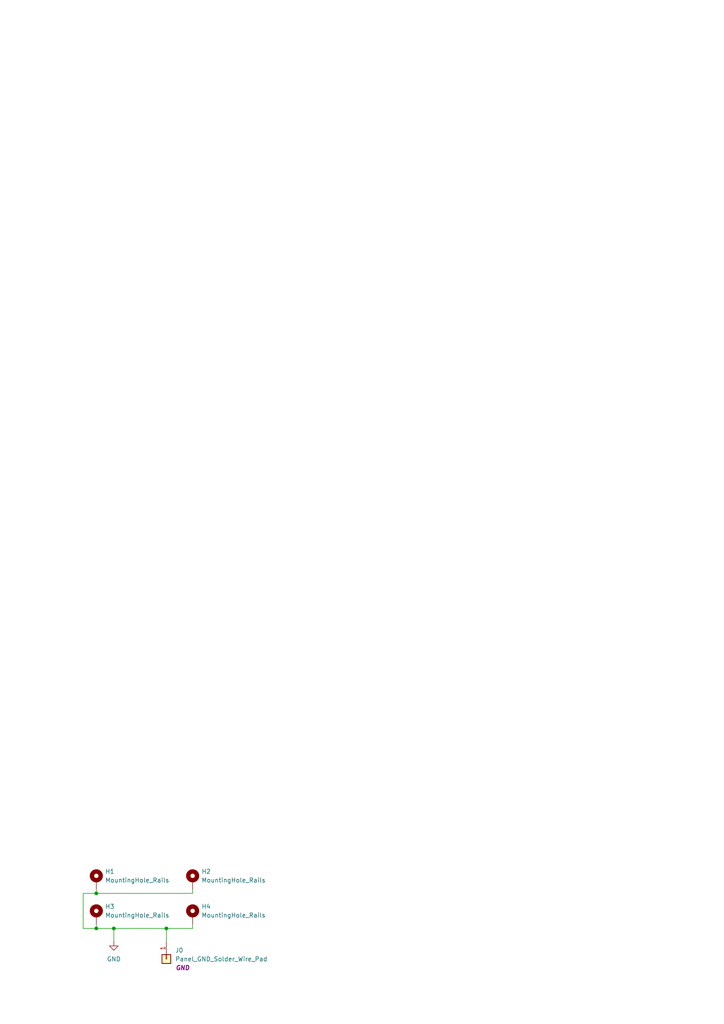
<source format=kicad_sch>
(kicad_sch (version 20231120) (generator "eeschema") (generator_version "8.0")
  (paper "A4" portrait)
  (title_block (title "Kosmo Format Front Panel - 10 cm") (company "DMH Instruments"))
  (lib_symbols
    (symbol "SynthStuff:MountingHole_Rails" (pin_numbers hide) (pin_names (offset 1.016) hide) (exclude_from_sim yes) (in_bom no)
      (property "Reference" "H" (at 0 6.35 0))
      (property "Value" "MountingHole_Rails" (at 0 4.445 0))
      (symbol "MountingHole_Rails_0_1"
        (circle (center 0 1.27) (radius 1.27) (stroke (width 1.27)))
      )
      (symbol "MountingHole_Rails_1_1"
        (pin input line (at 0 -2.54 90) (length 2.54) (name "1") (number "1"))
      )
    )
    (symbol "SynthStuff:Panel_GND_Solder_Wire_Pad" (pin_names (offset 1.016) hide) (in_bom no)
      (property "Reference" "J" (at 0 2.54 0))
      (property "Value" "Panel_GND_Solder_Wire_Pad" (at 0 -5.08 0))
      (property "Function" "Panel GND" (at 0 -2.794 0))
      (symbol "Panel_GND_Solder_Wire_Pad_1_1"
        (rectangle (start -1.27 0.127) (end 0 -0.127) (stroke (width 0.1524)))
        (rectangle (start -1.27 1.27) (end 1.27 -1.27) (stroke (width 0.254)) (fill (type background)))
        (pin power_out line (at -5.08 0 0) (length 3.81) (name "Pin_1") (number "1"))
      )
    )
    (symbol "power:GND" (power) (pin_numbers hide) (pin_names (offset 0) hide)
      (property "Value" "GND" (at 0 -3.81 0))
      (symbol "GND_0_1"
        (polyline (pts (xy 0 0) (xy 0 -1.27) (xy 1.27 -1.27) (xy 0 -2.54) (xy -1.27 -1.27) (xy 0 -1.27)))
      )
      (symbol "GND_1_1"
        (pin power_in line (at 0 0 270) (length 0) (name "~") (number "1"))
      )
    )
  )
  (junction (at 27.94 269.24))
  (junction (at 33.02 269.24))
  (junction (at 48.26 269.24))
  (junction (at 27.94 259.08))
  (wire (pts (xy 55.88 267.97) (xy 55.88 269.24)))
  (wire (pts (xy 27.94 259.08) (xy 55.88 259.08)))
  (wire (pts (xy 27.94 269.24) (xy 27.94 267.97)))
  (wire (pts (xy 24.13 269.24) (xy 27.94 269.24)))
  (wire (pts (xy 48.26 269.24) (xy 48.26 273.05)))
  (wire (pts (xy 24.13 259.08) (xy 27.94 259.08)))
  (wire (pts (xy 33.02 269.24) (xy 33.02 273.05)))
  (wire (pts (xy 24.13 259.08) (xy 24.13 269.24)))
  (wire (pts (xy 55.88 257.81) (xy 55.88 259.08)))
  (wire (pts (xy 27.94 259.08) (xy 27.94 257.81)))
  (wire (pts (xy 48.26 269.24) (xy 55.88 269.24)))
  (wire (pts (xy 27.94 269.24) (xy 33.02 269.24)))
  (wire (pts (xy 33.02 269.24) (xy 48.26 269.24)))
  (symbol (lib_id "SynthStuff:MountingHole_Rails") (at 55.88 255.27 0) (unit 1) (exclude_from_sim yes) (in_bom no)
    (property "Reference" "H2" (at 58.42 252.7299 0) (effects (justify left)))
    (property "Value" "MountingHole_Rails" (at 58.42 255.2699 0) (effects (justify left)))
    (property "Footprint" "SynthStuff:MountingHole_Rails" (effects (hide yes)))
    (property "Description" "Mounting Hole with connection" (effects (hide yes)))
  )
  (symbol (lib_id "power:GND") (at 33.02 273.05 0) (unit 1)
    (property "Reference" "#PWR01" (effects (hide yes)))
    (property "Value" "GND" (at 33.02 278.13 0))
    (property "Description" "Power symbol creates a global label with name \"GND\" , ground" (effects (hide yes)))
  )
  (symbol (lib_id "SynthStuff:MountingHole_Rails") (at 27.94 265.43 0) (unit 1) (exclude_from_sim yes) (in_bom no)
    (property "Reference" "H3" (at 30.48 262.8899 0) (effects (justify left)))
    (property "Value" "MountingHole_Rails" (at 30.48 265.4299 0) (effects (justify left)))
    (property "Footprint" "SynthStuff:MountingHole_Rails" (effects (hide yes)))
    (property "Description" "Mounting Hole with connection" (effects (hide yes)))
  )
  (symbol (lib_id "SynthStuff:MountingHole_Rails") (at 55.88 265.43 0) (unit 1) (exclude_from_sim yes) (in_bom no)
    (property "Reference" "H4" (at 58.42 262.8899 0) (effects (justify left)))
    (property "Value" "MountingHole_Rails" (at 58.42 265.4299 0) (effects (justify left)))
    (property "Footprint" "SynthStuff:MountingHole_Rails" (effects (hide yes)))
    (property "Description" "Mounting Hole with connection" (effects (hide yes)))
  )
  (symbol (lib_id "SynthStuff:Panel_GND_Solder_Wire_Pad") (at 48.26 278.13 270) (unit 1) (in_bom no)
    (property "Reference" "J0" (at 50.8 275.5899 90) (effects (justify left)))
    (property "Value" "Panel_GND_Solder_Wire_Pad" (at 50.8 278.1299 90) (effects (justify left)))
    (property "Footprint" "SynthStuff:Panel_GND_SolderWirePad_5x10mm" (effects (hide yes)))
    (property "Description" "Solder pad to allow connection between PCB and Front Panel" (effects (hide yes)))
    (property "Function" "GND" (at 50.8 280.67 90) (effects (font (thickness 0.254) (bold yes) (italic yes)) (justify left)))
  )
  (symbol (lib_id "SynthStuff:MountingHole_Rails") (at 27.94 255.27 0) (unit 1) (exclude_from_sim yes) (in_bom no)
    (property "Reference" "H1" (at 30.48 252.7299 0) (effects (justify left)))
    (property "Value" "MountingHole_Rails" (at 30.48 255.2699 0) (effects (justify left)))
    (property "Footprint" "SynthStuff:MountingHole_Rails" (effects (hide yes)))
    (property "Description" "Mounting Hole with connection" (effects (hide yes)))
  )
)
</source>
